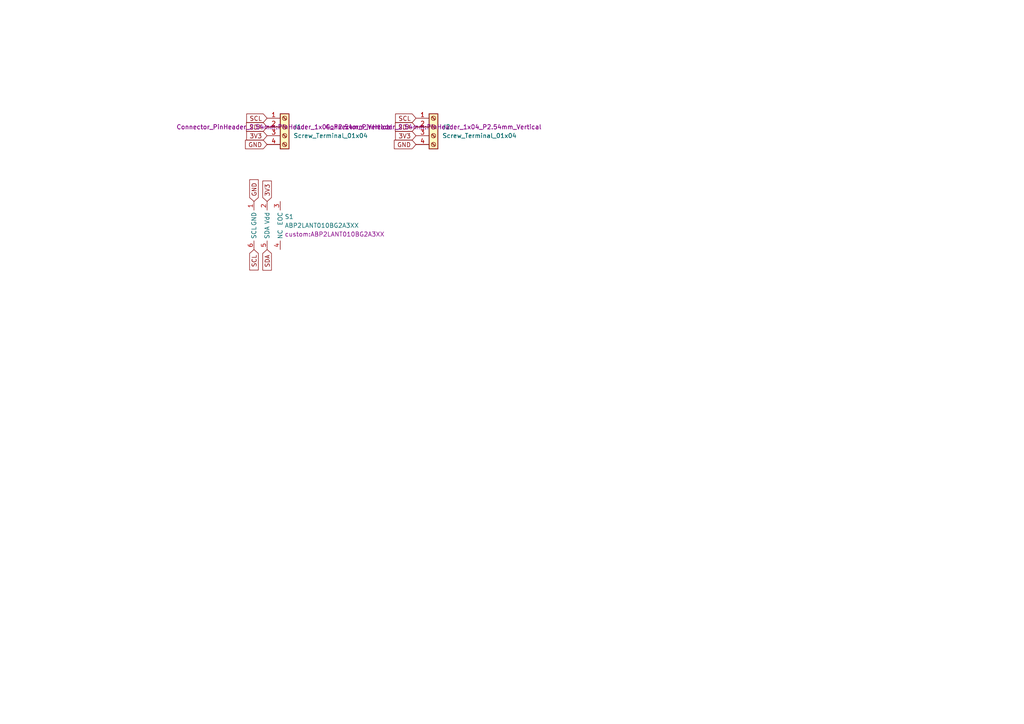
<source format=kicad_sch>
(kicad_sch (version 20230121) (generator eeschema)
  (paper "A4")
  (lib_symbols
    (symbol "Connector:Screw_Terminal_01x04" (pin_names (offset 1.016) hide)
      (property "Reference" "J" (at 0 5.08 0))
      (property "Value" "Screw_Terminal_01x04" (at 0 -7.62 0))
      (symbol "Screw_Terminal_01x04_1_1"
        (rectangle (start -1.27 3.81) (end 1.27 -6.35) (stroke (width 0.254)) (fill (type background)))
        (circle (center 0 -5.08) (radius 0.635) (stroke (width 0.1524)))
        (circle (center 0 -2.54) (radius 0.635) (stroke (width 0.1524)))
        (polyline (pts (xy -0.5334 -4.7498) (xy 0.3302 -5.588)) (stroke (width 0.1524)))
        (polyline (pts (xy -0.5334 -2.2098) (xy 0.3302 -3.048)) (stroke (width 0.1524)))
        (polyline (pts (xy -0.5334 0.3302) (xy 0.3302 -0.508)) (stroke (width 0.1524)))
        (polyline (pts (xy -0.5334 2.8702) (xy 0.3302 2.032)) (stroke (width 0.1524)))
        (polyline (pts (xy -0.3556 -4.572) (xy 0.508 -5.4102)) (stroke (width 0.1524)))
        (polyline (pts (xy -0.3556 -2.032) (xy 0.508 -2.8702)) (stroke (width 0.1524)))
        (polyline (pts (xy -0.3556 0.508) (xy 0.508 -0.3302)) (stroke (width 0.1524)))
        (polyline (pts (xy -0.3556 3.048) (xy 0.508 2.2098)) (stroke (width 0.1524)))
        (circle (center 0 0) (radius 0.635) (stroke (width 0.1524)))
        (circle (center 0 2.54) (radius 0.635) (stroke (width 0.1524)))
        (pin passive line (at -5.08 2.54 0) (length 3.81) (name "Pin_1") (number "1"))
        (pin passive line (at -5.08 0 0) (length 3.81) (name "Pin_2") (number "2"))
        (pin passive line (at -5.08 -2.54 0) (length 3.81) (name "Pin_3") (number "3"))
        (pin passive line (at -5.08 -5.08 0) (length 3.81) (name "Pin_4") (number "4"))
      )
    )
    (symbol "custom:ABP2LANT010BG2A3XX"
      (property "Reference" "S" (at 7.62 -3.81 0))
      (property "Value" "ABP2LANT010BG2A3XX" (at 17.78 -6.35 0))
      (property "Footprint" "custom:ABP2LANT010BG2A3XX" (at 21.59 -1.27 0))
      (symbol "ABP2LANT010BG2A3XX_1_1"
        (pin input line (at -3.81 0 270) (length 2.54) (name "GND") (number "1"))
        (pin input line (at 0 0 270) (length 2.54) (name "Vdd") (number "2"))
        (pin input line (at 3.81 0 270) (length 2.54) (name "EOC") (number "3"))
        (pin input line (at 3.81 -13.97 90) (length 2.54) (name "NC") (number "4"))
        (pin input line (at 0 -13.97 90) (length 2.54) (name "SDA") (number "5"))
        (pin input line (at -3.81 -13.97 90) (length 2.54) (name "SCL") (number "6"))
      )
    )
  )
  (global_label "GND" (shape input) (at 73.66 58.42 90) (property "Intersheetrefs" "${INTERSHEET_REFS}" (effects hide)))
  (global_label "SCL" (shape input) (at 73.66 72.39 270) (property "Intersheetrefs" "${INTERSHEET_REFS}" (effects hide)))
  (global_label "SDA" (shape input) (at 77.47 36.83 180) (property "Intersheetrefs" "${INTERSHEET_REFS}" (effects hide)))
  (global_label "SCL" (shape input) (at 77.47 34.29 180) (property "Intersheetrefs" "${INTERSHEET_REFS}" (effects hide)))
  (global_label "SDA" (shape input) (at 120.65 36.83 180) (property "Intersheetrefs" "${INTERSHEET_REFS}" (effects hide)))
  (global_label "3V3" (shape input) (at 120.65 39.37 180) (property "Intersheetrefs" "${INTERSHEET_REFS}" (effects hide)))
  (global_label "3V3" (shape input) (at 77.47 39.37 180) (property "Intersheetrefs" "${INTERSHEET_REFS}" (effects hide)))
  (global_label "SCL" (shape input) (at 120.65 34.29 180) (property "Intersheetrefs" "${INTERSHEET_REFS}" (effects hide)))
  (global_label "GND" (shape input) (at 120.65 41.91 180) (property "Intersheetrefs" "${INTERSHEET_REFS}" (effects hide)))
  (global_label "GND" (shape input) (at 77.47 41.91 180) (property "Intersheetrefs" "${INTERSHEET_REFS}" (effects hide)))
  (global_label "3V3" (shape input) (at 77.47 58.42 90) (property "Intersheetrefs" "${INTERSHEET_REFS}" (effects hide)))
  (global_label "SDA" (shape input) (at 77.47 72.39 270) (property "Intersheetrefs" "${INTERSHEET_REFS}" (effects hide)))
  (symbol (lib_id "Connector:Screw_Terminal_01x04") (at 82.55 36.83 0) (unit 1)
    (property "Reference" "J1" (at 85.09 36.83 0) (effects (justify left)))
    (property "Value" "Screw_Terminal_01x04" (at 85.09 39.37 0) (effects (justify left)))
    (property "Footprint" "Connector_PinHeader_2.54mm:PinHeader_1x04_P2.54mm_Vertical" (at 82.55 36.83 0))
  )
  (symbol (lib_id "Connector:Screw_Terminal_01x04") (at 125.73 36.83 0) (unit 1)
    (property "Reference" "J2" (at 128.27 36.83 0) (effects (justify left)))
    (property "Value" "Screw_Terminal_01x04" (at 128.27 39.37 0) (effects (justify left)))
    (property "Footprint" "Connector_PinHeader_2.54mm:PinHeader_1x04_P2.54mm_Vertical" (at 125.73 36.83 0))
  )
  (symbol (lib_id "custom:ABP2LANT010BG2A3XX") (at 77.47 58.42 0) (unit 1)
    (property "Reference" "S1" (at 82.55 62.865 0) (effects (justify left)))
    (property "Value" "ABP2LANT010BG2A3XX" (at 82.55 65.405 0) (effects (justify left)))
    (property "Footprint" "custom:ABP2LANT010BG2A3XX" (at 82.55 67.945 0) (effects (justify left)))
  )
)
</source>
